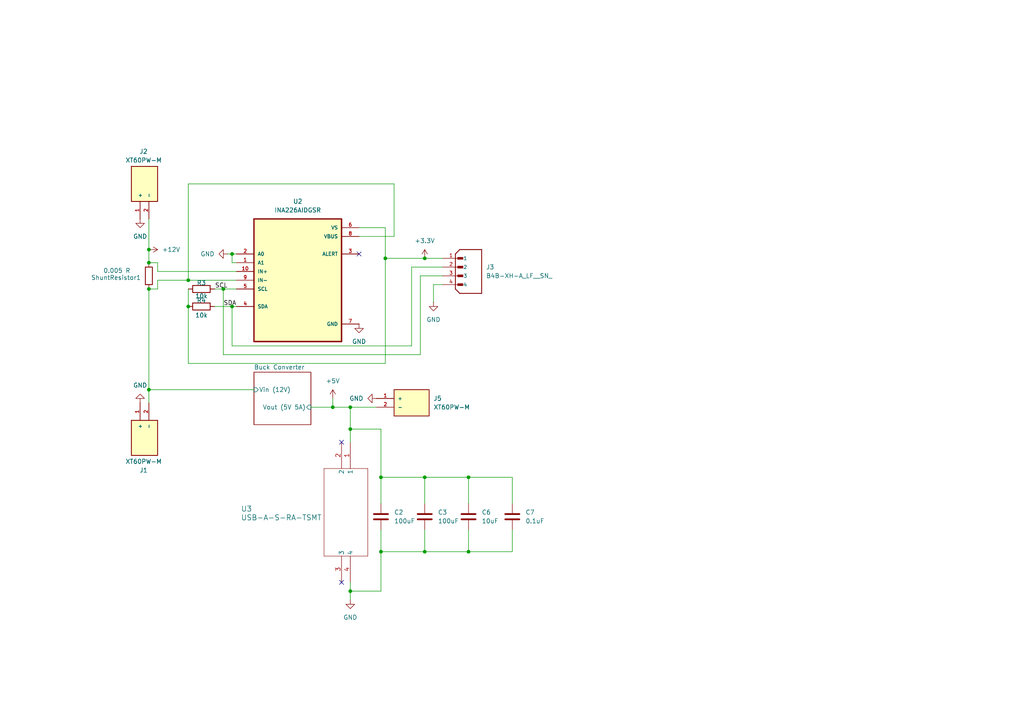
<source format=kicad_sch>
(kicad_sch (version 20231120) (generator "eeschema") (generator_version "8.0")
  (paper "A4")
  (lib_symbols
    (symbol "2025-02-23_03-18-15:USB-A-S-RA-TSMT" (pin_names (offset 0.254))
      (property "Reference" "U" (at 20.32 10.16 0))
      (property "Value" "USB-A-S-RA-TSMT" (at 20.32 7.62 0))
      (symbol "USB-A-S-RA-TSMT_0_1"
        (polyline (pts (xy 7.62 -7.62) (xy 33.02 -7.62)) (stroke (width 0.127)))
        (polyline (pts (xy 7.62 5.08) (xy 7.62 -7.62)) (stroke (width 0.127)))
        (polyline (pts (xy 33.02 -7.62) (xy 33.02 5.08)) (stroke (width 0.127)))
        (polyline (pts (xy 33.02 5.08) (xy 7.62 5.08)) (stroke (width 0.127)))
        (pin unspecified line (at 0 0 0) (length 7.62) (name "1") (number "1"))
        (pin unspecified line (at 0 -2.54 0) (length 7.62) (name "2") (number "2"))
        (pin unspecified line (at 40.64 -2.54 180) (length 7.62) (name "3") (number "3"))
        (pin unspecified line (at 40.64 0 180) (length 7.62) (name "4") (number "4"))
      )
    )
    (symbol "B4B-XH-A_LF__SN_:B4B-XH-A_LF__SN_" (pin_names (offset 1.016))
      (property "Reference" "J" (at -2.54 6.35 0))
      (property "Value" "B4B-XH-A_LF__SN_" (at -2.54 -10.16 0))
      (symbol "B4B-XH-A_LF__SN__0_0"
        (rectangle (start -3.175 -5.3975) (end -1.5875 -4.7625) (stroke (width 0.1)) (fill (type outline)))
        (rectangle (start -3.175 -2.8575) (end -1.5875 -2.2225) (stroke (width 0.1)) (fill (type outline)))
        (rectangle (start -3.175 -0.3175) (end -1.5875 0.3175) (stroke (width 0.1)) (fill (type outline)))
        (rectangle (start -3.175 2.2225) (end -1.5875 2.8575) (stroke (width 0.1)) (fill (type outline)))
        (polyline (pts (xy -3.81 -6.35) (xy -2.54 -7.62)) (stroke (width 0.254)))
        (polyline (pts (xy -3.81 3.81) (xy -3.81 -6.35)) (stroke (width 0.254)))
        (polyline (pts (xy -3.81 3.81) (xy -2.54 5.08)) (stroke (width 0.254)))
        (polyline (pts (xy -2.54 -7.62) (xy 3.81 -7.62)) (stroke (width 0.254)))
        (polyline (pts (xy 3.81 -7.62) (xy 3.81 5.08)) (stroke (width 0.254)))
        (polyline (pts (xy 3.81 5.08) (xy -2.54 5.08)) (stroke (width 0.254)))
        (pin passive line (at -7.62 2.54 0) (length 5.08) (name "1") (number "1"))
        (pin passive line (at -7.62 0 0) (length 5.08) (name "2") (number "2"))
        (pin passive line (at -7.62 -2.54 0) (length 5.08) (name "3") (number "3"))
        (pin passive line (at -7.62 -5.08 0) (length 5.08) (name "4") (number "4"))
      )
    )
    (symbol "Device:C" (pin_numbers hide) (pin_names (offset 0.254))
      (property "Reference" "C" (at 0.635 2.54 0))
      (property "Value" "C" (at 0.635 -2.54 0))
      (symbol "C_0_1"
        (polyline (pts (xy -2.032 -0.762) (xy 2.032 -0.762)) (stroke (width 0.508)))
        (polyline (pts (xy -2.032 0.762) (xy 2.032 0.762)) (stroke (width 0.508)))
      )
      (symbol "C_1_1"
        (pin passive line (at 0 3.81 270) (length 2.794) (name "~") (number "1"))
        (pin passive line (at 0 -3.81 90) (length 2.794) (name "~") (number "2"))
      )
    )
    (symbol "Device:R" (pin_numbers hide) (pin_names (offset 0))
      (property "Reference" "R" (at 2.032 0 90))
      (property "Value" "R" (at 0 0 90))
      (symbol "R_0_1"
        (rectangle (start -1.016 -2.54) (end 1.016 2.54) (stroke (width 0.254)))
      )
      (symbol "R_1_1"
        (pin passive line (at 0 3.81 270) (length 1.27) (name "~") (number "1"))
        (pin passive line (at 0 -3.81 90) (length 1.27) (name "~") (number "2"))
      )
    )
    (symbol "INA226AIDGSR:INA226AIDGSR" (pin_names (offset 1.016))
      (property "Reference" "U" (at -12.7 18.78 0))
      (property "Value" "INA226AIDGSR" (at -12.7 -21.78 0))
      (symbol "INA226AIDGSR_0_0"
        (rectangle (start -12.7 -17.78) (end 12.7 17.78) (stroke (width 0.41)) (fill (type background)))
        (pin input line (at -17.78 5.08 0) (length 5.08) (name "A1") (number "1"))
        (pin input line (at -17.78 2.54 0) (length 5.08) (name "IN+") (number "10"))
        (pin input line (at -17.78 7.62 0) (length 5.08) (name "A0") (number "2"))
        (pin output line (at 17.78 7.62 180) (length 5.08) (name "ALERT") (number "3"))
        (pin bidirectional line (at -17.78 -7.62 0) (length 5.08) (name "SDA") (number "4"))
        (pin input line (at -17.78 -2.54 0) (length 5.08) (name "SCL") (number "5"))
        (pin power_in line (at 17.78 15.24 180) (length 5.08) (name "VS") (number "6"))
        (pin power_in line (at 17.78 -12.7 180) (length 5.08) (name "GND") (number "7"))
        (pin power_in line (at 17.78 12.7 180) (length 5.08) (name "VBUS") (number "8"))
        (pin input line (at -17.78 0 0) (length 5.08) (name "IN-") (number "9"))
      )
    )
    (symbol "XT60PW-M:XT60PW-M" (pin_names (offset 1.016))
      (property "Reference" "J" (at -5.08 5.7234 0))
      (property "Value" "XT60PW-M" (at -5.08 -5.0923 0))
      (symbol "XT60PW-M_0_0"
        (rectangle (start -5.08 -2.54) (end 5.08 5.08) (stroke (width 0.254)) (fill (type background)))
        (pin passive line (at -10.16 2.54 0) (length 5.08) (name "+") (number "1"))
        (pin passive line (at -10.16 0 0) (length 5.08) (name "-") (number "2"))
      )
    )
    (symbol "power:+12V" (power) (pin_numbers hide) (pin_names (offset 0) hide)
      (property "Value" "+12V" (at 0 3.556 0))
      (symbol "+12V_0_1"
        (polyline (pts (xy -0.762 1.27) (xy 0 2.54)))
        (polyline (pts (xy 0 0) (xy 0 2.54)))
        (polyline (pts (xy 0 2.54) (xy 0.762 1.27)))
      )
      (symbol "+12V_1_1"
        (pin power_in line (at 0 0 90) (length 0) (name "~") (number "1"))
      )
    )
    (symbol "power:+3.3V" (power) (pin_numbers hide) (pin_names (offset 0) hide)
      (property "Value" "+3.3V" (at 0 3.556 0))
      (symbol "+3.3V_0_1"
        (polyline (pts (xy -0.762 1.27) (xy 0 2.54)))
        (polyline (pts (xy 0 0) (xy 0 2.54)))
        (polyline (pts (xy 0 2.54) (xy 0.762 1.27)))
      )
      (symbol "+3.3V_1_1"
        (pin power_in line (at 0 0 90) (length 0) (name "~") (number "1"))
      )
    )
    (symbol "power:+5V" (power) (pin_numbers hide) (pin_names (offset 0) hide)
      (property "Value" "+5V" (at 0 3.556 0))
      (symbol "+5V_0_1"
        (polyline (pts (xy -0.762 1.27) (xy 0 2.54)))
        (polyline (pts (xy 0 0) (xy 0 2.54)))
        (polyline (pts (xy 0 2.54) (xy 0.762 1.27)))
      )
      (symbol "+5V_1_1"
        (pin power_in line (at 0 0 90) (length 0) (name "~") (number "1"))
      )
    )
    (symbol "power:GND" (power) (pin_numbers hide) (pin_names (offset 0) hide)
      (property "Value" "GND" (at 0 -3.81 0))
      (symbol "GND_0_1"
        (polyline (pts (xy 0 0) (xy 0 -1.27) (xy 1.27 -1.27) (xy 0 -2.54) (xy -1.27 -1.27) (xy 0 -1.27)))
      )
      (symbol "GND_1_1"
        (pin power_in line (at 0 0 270) (length 0) (name "~") (number "1"))
      )
    )
  )
  (junction (at 64.77 83.82))
  (junction (at 43.18 76.2))
  (junction (at 43.18 72.39))
  (junction (at 101.6 171.45))
  (junction (at 135.89 160.02))
  (junction (at 123.19 74.93))
  (junction (at 67.31 88.9))
  (junction (at 43.18 83.82))
  (junction (at 110.49 138.43))
  (junction (at 101.6 118.11))
  (junction (at 101.6 124.46))
  (junction (at 54.61 81.28))
  (junction (at 123.19 138.43))
  (junction (at 110.49 160.02))
  (junction (at 96.52 118.11))
  (junction (at 111.76 74.93))
  (junction (at 123.19 160.02))
  (junction (at 135.89 138.43))
  (junction (at 43.18 113.03))
  (junction (at 54.61 88.9))
  (junction (at 67.31 73.66))
  (no_connect (at 99.06 168.91))
  (no_connect (at 104.14 73.66))
  (no_connect (at 99.06 128.27))
  (wire (pts (xy 43.18 113.03) (xy 73.66 113.03)))
  (wire (pts (xy 43.18 113.03) (xy 43.18 116.84)))
  (wire (pts (xy 66.04 73.66) (xy 67.31 73.66)))
  (wire (pts (xy 110.49 171.45) (xy 110.49 160.02)))
  (wire (pts (xy 125.73 87.63) (xy 125.73 82.55)))
  (wire (pts (xy 54.61 83.82) (xy 54.61 88.9)))
  (wire (pts (xy 67.31 100.33) (xy 119.38 100.33)))
  (wire (pts (xy 64.77 83.82) (xy 68.58 83.82)))
  (wire (pts (xy 101.6 124.46) (xy 110.49 124.46)))
  (wire (pts (xy 54.61 88.9) (xy 54.61 105.41)))
  (wire (pts (xy 45.72 81.28) (xy 54.61 81.28)))
  (wire (pts (xy 90.17 118.11) (xy 96.52 118.11)))
  (wire (pts (xy 135.89 160.02) (xy 123.19 160.02)))
  (wire (pts (xy 45.72 76.2) (xy 43.18 76.2)))
  (wire (pts (xy 111.76 74.93) (xy 111.76 66.04)))
  (wire (pts (xy 123.19 138.43) (xy 123.19 146.05)))
  (wire (pts (xy 64.77 83.82) (xy 64.77 102.87)))
  (wire (pts (xy 110.49 138.43) (xy 123.19 138.43)))
  (wire (pts (xy 148.59 160.02) (xy 148.59 153.67)))
  (wire (pts (xy 123.19 74.93) (xy 111.76 74.93)))
  (wire (pts (xy 104.14 68.58) (xy 114.3 68.58)))
  (wire (pts (xy 67.31 88.9) (xy 67.31 100.33)))
  (wire (pts (xy 96.52 115.57) (xy 96.52 118.11)))
  (wire (pts (xy 119.38 100.33) (xy 119.38 77.47)))
  (wire (pts (xy 101.6 171.45) (xy 101.6 173.99)))
  (wire (pts (xy 111.76 66.04) (xy 104.14 66.04)))
  (wire (pts (xy 148.59 138.43) (xy 148.59 146.05)))
  (wire (pts (xy 67.31 88.9) (xy 68.58 88.9)))
  (wire (pts (xy 114.3 53.34) (xy 54.61 53.34)))
  (wire (pts (xy 45.72 78.74) (xy 68.58 78.74)))
  (wire (pts (xy 43.18 63.5) (xy 43.18 72.39)))
  (wire (pts (xy 101.6 124.46) (xy 101.6 128.27)))
  (wire (pts (xy 96.52 118.11) (xy 101.6 118.11)))
  (wire (pts (xy 43.18 83.82) (xy 45.72 83.82)))
  (wire (pts (xy 135.89 138.43) (xy 135.89 146.05)))
  (wire (pts (xy 45.72 83.82) (xy 45.72 81.28)))
  (wire (pts (xy 67.31 73.66) (xy 67.31 76.2)))
  (wire (pts (xy 110.49 171.45) (xy 101.6 171.45)))
  (wire (pts (xy 110.49 160.02) (xy 110.49 153.67)))
  (wire (pts (xy 101.6 168.91) (xy 101.6 171.45)))
  (wire (pts (xy 135.89 138.43) (xy 148.59 138.43)))
  (wire (pts (xy 125.73 82.55) (xy 128.27 82.55)))
  (wire (pts (xy 43.18 83.82) (xy 43.18 113.03)))
  (wire (pts (xy 111.76 105.41) (xy 111.76 74.93)))
  (wire (pts (xy 121.92 80.01) (xy 128.27 80.01)))
  (wire (pts (xy 54.61 53.34) (xy 54.61 81.28)))
  (wire (pts (xy 43.18 72.39) (xy 43.18 76.2)))
  (wire (pts (xy 128.27 74.93) (xy 123.19 74.93)))
  (wire (pts (xy 123.19 160.02) (xy 110.49 160.02)))
  (wire (pts (xy 123.19 153.67) (xy 123.19 160.02)))
  (wire (pts (xy 114.3 68.58) (xy 114.3 53.34)))
  (wire (pts (xy 62.23 83.82) (xy 64.77 83.82)))
  (wire (pts (xy 67.31 73.66) (xy 68.58 73.66)))
  (wire (pts (xy 135.89 153.67) (xy 135.89 160.02)))
  (wire (pts (xy 119.38 77.47) (xy 128.27 77.47)))
  (wire (pts (xy 101.6 118.11) (xy 101.6 124.46)))
  (wire (pts (xy 121.92 102.87) (xy 121.92 80.01)))
  (wire (pts (xy 54.61 105.41) (xy 111.76 105.41)))
  (wire (pts (xy 68.58 76.2) (xy 67.31 76.2)))
  (wire (pts (xy 62.23 88.9) (xy 67.31 88.9)))
  (wire (pts (xy 54.61 81.28) (xy 68.58 81.28)))
  (wire (pts (xy 64.77 102.87) (xy 121.92 102.87)))
  (wire (pts (xy 101.6 118.11) (xy 109.22 118.11)))
  (wire (pts (xy 45.72 78.74) (xy 45.72 76.2)))
  (wire (pts (xy 110.49 146.05) (xy 110.49 138.43)))
  (wire (pts (xy 135.89 160.02) (xy 148.59 160.02)))
  (wire (pts (xy 110.49 124.46) (xy 110.49 138.43)))
  (wire (pts (xy 123.19 138.43) (xy 135.89 138.43)))
  (label "SCL" (at 66.04 83.82 180))
  (label "SDA" (at 68.58 88.9 180))
  (symbol (lib_id "Device:C") (at 135.89 149.86 0) (unit 1)
    (property "Reference" "C6" (at 139.7 148.5899 0) (effects (justify left)))
    (property "Value" "10uF" (at 139.7 151.1299 0) (effects (justify left)))
    (property "Footprint" "Capacitor_SMD:C_0805_2012Metric_Pad1.18x1.45mm_HandSolder" (effects (hide yes)))
    (property "Description" "Unpolarized capacitor" (effects (hide yes)))
  )
  (symbol (lib_id "power:GND") (at 109.22 115.57 270) (unit 1)
    (property "Reference" "#PWR014" (effects (hide yes)))
    (property "Value" "GND" (at 105.41 115.5699 90) (effects (justify right)))
    (property "Description" "Power symbol creates a global label with name \"GND\" , ground" (effects (hide yes)))
  )
  (symbol (lib_id "B4B-XH-A_LF__SN_:B4B-XH-A_LF__SN_") (at 135.89 77.47 0) (unit 1)
    (property "Reference" "J3" (at 140.97 77.4699 0) (effects (justify left)))
    (property "Value" "B4B-XH-A_LF__SN_" (at 140.97 80.0099 0) (effects (justify left)))
    (property "Footprint" "B4B-XH-A_LF__SN_:JST_B4B-XH-A_LF__SN_" (effects (hide yes)))
    (property "MF" "JST Sales" (effects (hide yes)))
    (property "MAXIMUM_PACKAGE_HEIGHT" "7.00 mm" (effects (hide yes)))
    (property "Package" "None" (effects (hide yes)))
    (property "Price" "None" (effects (hide yes)))
    (property "Check_prices" "https://www.snapeda.com/parts/B4B-XH-A%20(LF)(SN)/JST/view-part/?ref=eda" (effects (hide yes)))
    (property "STANDARD" "Manufacturer Recommendations" (effects (hide yes)))
    (property "PARTREV" "7/4/21" (effects (hide yes)))
    (property "SnapEDA_Link" "https://www.snapeda.com/parts/B4B-XH-A%20(LF)(SN)/JST/view-part/?ref=snap" (effects (hide yes)))
    (property "MP" "B4B-XH-A (LF)(SN)" (effects (hide yes)))
    (property "Description_1" "\n                        \n                            Connector Header Through Hole 4 position 0.098 (2.50mm)\n                        \n" (effects (hide yes)))
    (property "Availability" "In Stock" (effects (hide yes)))
    (property "MANUFACTURER" "JST" (effects (hide yes)))
  )
  (symbol (lib_id "power:+12V") (at 43.18 72.39 270) (mirror x) (unit 1)
    (property "Reference" "#PWR09" (effects (hide yes)))
    (property "Value" "+12V" (at 46.99 72.3899 90) (effects (justify left)))
    (property "Description" "Power symbol creates a global label with name \"+12V\"" (effects (hide yes)))
  )
  (symbol (lib_id "power:GND") (at 40.64 63.5 0) (unit 1)
    (property "Reference" "#PWR04" (effects (hide yes)))
    (property "Value" "GND" (at 40.64 68.58 0))
    (property "Description" "Power symbol creates a global label with name \"GND\" , ground" (effects (hide yes)))
  )
  (symbol (lib_id "Device:C") (at 110.49 149.86 0) (unit 1)
    (property "Reference" "C2" (at 114.3 148.5899 0) (effects (justify left)))
    (property "Value" "100uF" (at 114.3 151.1299 0) (effects (justify left)))
    (property "Footprint" "Capacitor_SMD:C_0805_2012Metric_Pad1.18x1.45mm_HandSolder" (effects (hide yes)))
    (property "Description" "Unpolarized capacitor" (effects (hide yes)))
  )
  (symbol (lib_id "INA226AIDGSR:INA226AIDGSR") (at 86.36 81.28 0) (unit 1)
    (property "Reference" "U2" (at 86.36 58.42 0))
    (property "Value" "INA226AIDGSR" (at 86.36 60.96 0))
    (property "Footprint" "Libraries:INA226AIDGSR" (effects (hide yes)))
  )
  (symbol (lib_id "XT60PW-M:XT60PW-M") (at 43.18 127 90) (mirror x) (unit 1)
    (property "Reference" "J1" (at 41.656 136.398 90))
    (property "Value" "XT60PW-M" (at 41.656 133.858 90))
    (property "Footprint" "Connector_AMASS:AMASS_XT60IPW-M_1x03_P7.20mm_Horizontal" (effects (hide yes)))
    (property "MF" "AMASS" (effects (hide yes)))
    (property "MAXIMUM_PACKAGE_HEIGHT" "8.4 mm" (effects (hide yes)))
    (property "Package" "Package" (effects (hide yes)))
    (property "Price" "None" (effects (hide yes)))
    (property "Check_prices" "https://www.snapeda.com/parts/XT60PW-M/AMASS/view-part/?ref=eda" (effects (hide yes)))
    (property "STANDARD" "Manufacturer recommendations" (effects (hide yes)))
    (property "PARTREV" "V1.2" (effects (hide yes)))
    (property "SnapEDA_Link" "https://www.snapeda.com/parts/XT60PW-M/AMASS/view-part/?ref=snap" (effects (hide yes)))
    (property "MP" "XT60PW-M" (effects (hide yes)))
    (property "Description_1" "\n                        \n                            Socket, DC supply, male, PIN: 2\n                        \n" (effects (hide yes)))
    (property "Availability" "In Stock" (effects (hide yes)))
    (property "MANUFACTURER" "AMASS" (effects (hide yes)))
  )
  (symbol (lib_id "Device:R") (at 58.42 88.9 90) (unit 1)
    (property "Reference" "R4" (at 58.42 87.122 90))
    (property "Value" "10k" (at 58.42 91.44 90))
    (property "Footprint" "Resistor_SMD:R_0805_2012Metric_Pad1.20x1.40mm_HandSolder" (effects (hide yes)))
    (property "Description" "Resistor" (effects (hide yes)))
  )
  (symbol (lib_id "XT60PW-M:XT60PW-M") (at 119.38 118.11 0) (unit 1)
    (property "Reference" "J5" (at 125.73 115.5699 0) (effects (justify left)))
    (property "Value" "XT60PW-M" (at 125.73 118.1099 0) (effects (justify left)))
    (property "Footprint" "Connector_AMASS:AMASS_XT60IPW-M_1x03_P7.20mm_Horizontal" (effects (hide yes)))
    (property "MF" "AMASS" (effects (hide yes)))
    (property "MAXIMUM_PACKAGE_HEIGHT" "8.4 mm" (effects (hide yes)))
    (property "Package" "Package" (effects (hide yes)))
    (property "Price" "None" (effects (hide yes)))
    (property "Check_prices" "https://www.snapeda.com/parts/XT60PW-M/AMASS/view-part/?ref=eda" (effects (hide yes)))
    (property "STANDARD" "Manufacturer recommendations" (effects (hide yes)))
    (property "PARTREV" "V1.2" (effects (hide yes)))
    (property "SnapEDA_Link" "https://www.snapeda.com/parts/XT60PW-M/AMASS/view-part/?ref=snap" (effects (hide yes)))
    (property "MP" "XT60PW-M" (effects (hide yes)))
    (property "Description_1" "\n                        \n                            Socket, DC supply, male, PIN: 2\n                        \n" (effects (hide yes)))
    (property "Availability" "In Stock" (effects (hide yes)))
    (property "MANUFACTURER" "AMASS" (effects (hide yes)))
  )
  (symbol (lib_id "power:GND") (at 104.14 93.98 0) (unit 1)
    (property "Reference" "#PWR03" (effects (hide yes)))
    (property "Value" "GND" (at 104.14 99.06 0))
    (property "Description" "Power symbol creates a global label with name \"GND\" , ground" (effects (hide yes)))
  )
  (symbol (lib_id "power:GND") (at 40.64 116.84 180) (unit 1)
    (property "Reference" "#PWR02" (effects (hide yes)))
    (property "Value" "GND" (at 40.64 111.76 0))
    (property "Description" "Power symbol creates a global label with name \"GND\" , ground" (effects (hide yes)))
  )
  (symbol (lib_id "XT60PW-M:XT60PW-M") (at 43.18 53.34 90) (unit 1)
    (property "Reference" "J2" (at 41.656 43.942 90))
    (property "Value" "XT60PW-M" (at 41.656 46.482 90))
    (property "Footprint" "Connector_AMASS:AMASS_XT60IPW-M_1x03_P7.20mm_Horizontal" (effects (hide yes)))
    (property "MF" "AMASS" (effects (hide yes)))
    (property "MAXIMUM_PACKAGE_HEIGHT" "8.4 mm" (effects (hide yes)))
    (property "Package" "Package" (effects (hide yes)))
    (property "Price" "None" (effects (hide yes)))
    (property "Check_prices" "https://www.snapeda.com/parts/XT60PW-M/AMASS/view-part/?ref=eda" (effects (hide yes)))
    (property "STANDARD" "Manufacturer recommendations" (effects (hide yes)))
    (property "PARTREV" "V1.2" (effects (hide yes)))
    (property "SnapEDA_Link" "https://www.snapeda.com/parts/XT60PW-M/AMASS/view-part/?ref=snap" (effects (hide yes)))
    (property "MP" "XT60PW-M" (effects (hide yes)))
    (property "Description_1" "\n                        \n                            Socket, DC supply, male, PIN: 2\n                        \n" (effects (hide yes)))
    (property "Availability" "In Stock" (effects (hide yes)))
    (property "MANUFACTURER" "AMASS" (effects (hide yes)))
  )
  (symbol (lib_id "power:GND") (at 101.6 173.99 0) (unit 1)
    (property "Reference" "#PWR08" (effects (hide yes)))
    (property "Value" "GND" (at 101.6 179.07 0))
    (property "Description" "Power symbol creates a global label with name \"GND\" , ground" (effects (hide yes)))
  )
  (symbol (lib_id "2025-02-23_03-18-15:USB-A-S-RA-TSMT") (at 101.6 128.27 270) (unit 1)
    (property "Reference" "U3" (at 69.85 147.574 90) (effects (font (size 1.524 1.524)) (justify left)))
    (property "Value" "USB-A-S-RA-TSMT" (at 69.85 150.114 90) (effects (font (size 1.524 1.524)) (justify left)))
    (property "Footprint" "USB-A-S-RA-TSMT_ADM" (effects (hide yes)))
    (property "Datasheet" "USB-A-S-RA-TSMT" (effects (hide yes)))
  )
  (symbol (lib_id "power:+3.3V") (at 123.19 74.93 0) (unit 1)
    (property "Reference" "#PWR011" (effects (hide yes)))
    (property "Value" "+3.3V" (at 123.19 69.85 0))
    (property "Description" "Power symbol creates a global label with name \"+3.3V\"" (effects (hide yes)))
  )
  (symbol (lib_id "Device:C") (at 123.19 149.86 0) (unit 1)
    (property "Reference" "C3" (at 127 148.5899 0) (effects (justify left)))
    (property "Value" "100uF" (at 127 151.1299 0) (effects (justify left)))
    (property "Footprint" "Capacitor_SMD:C_0805_2012Metric_Pad1.18x1.45mm_HandSolder" (effects (hide yes)))
    (property "Description" "Unpolarized capacitor" (effects (hide yes)))
  )
  (symbol (lib_id "power:GND") (at 66.04 73.66 270) (unit 1)
    (property "Reference" "#PWR07" (effects (hide yes)))
    (property "Value" "GND" (at 62.23 73.6599 90) (effects (justify right)))
    (property "Description" "Power symbol creates a global label with name \"GND\" , ground" (effects (hide yes)))
  )
  (symbol (lib_id "Device:R") (at 58.42 83.82 90) (unit 1)
    (property "Reference" "R3" (at 58.42 82.042 90))
    (property "Value" "10k" (at 58.42 85.852 90))
    (property "Footprint" "Resistor_SMD:R_0805_2012Metric_Pad1.20x1.40mm_HandSolder" (effects (hide yes)))
    (property "Description" "Resistor" (effects (hide yes)))
  )
  (symbol (lib_id "Device:R") (at 43.18 80.01 180) (unit 1)
    (property "Reference" "ShuntResistor1" (at 40.894 80.518 0) (effects (justify left)))
    (property "Value" "0.005 R" (at 37.846 78.486 0) (effects (justify left)))
    (property "Footprint" "Resistor_SMD:R_2010_5025Metric_Pad1.40x2.65mm_HandSolder" (effects (hide yes)))
    (property "Description" "Resistor" (effects (hide yes)))
  )
  (symbol (lib_id "power:GND") (at 125.73 87.63 0) (unit 1)
    (property "Reference" "#PWR010" (effects (hide yes)))
    (property "Value" "GND" (at 125.73 92.71 0))
    (property "Description" "Power symbol creates a global label with name \"GND\" , ground" (effects (hide yes)))
  )
  (symbol (lib_id "power:+5V") (at 96.52 115.57 0) (unit 1)
    (property "Reference" "#PWR05" (effects (hide yes)))
    (property "Value" "+5V" (at 96.52 110.49 0))
    (property "Description" "Power symbol creates a global label with name \"+5V\"" (effects (hide yes)))
  )
  (symbol (lib_id "Device:C") (at 148.59 149.86 0) (unit 1)
    (property "Reference" "C7" (at 152.4 148.5899 0) (effects (justify left)))
    (property "Value" "0.1uF" (at 152.4 151.1299 0) (effects (justify left)))
    (property "Footprint" "Capacitor_SMD:C_0805_2012Metric_Pad1.18x1.45mm_HandSolder" (effects (hide yes)))
    (property "Description" "Unpolarized capacitor" (effects (hide yes)))
  )
  (sheet (at 73.66 107.95) (size 16.51 15.24) (stroke (width 0.1524))
    (property "Sheetname" "Buck Converter" (at 73.66 107.2384 0) (effects (justify left bottom)))
    (property "Sheetfile" "buckconverter.kicad_sch" (effects (hide yes)))
    (pin "Vout (5V 5A)" input (at 90.17 118.11 0))
    (pin "Vin (12V)" input (at 73.66 113.03 180))
  )
)
</source>
